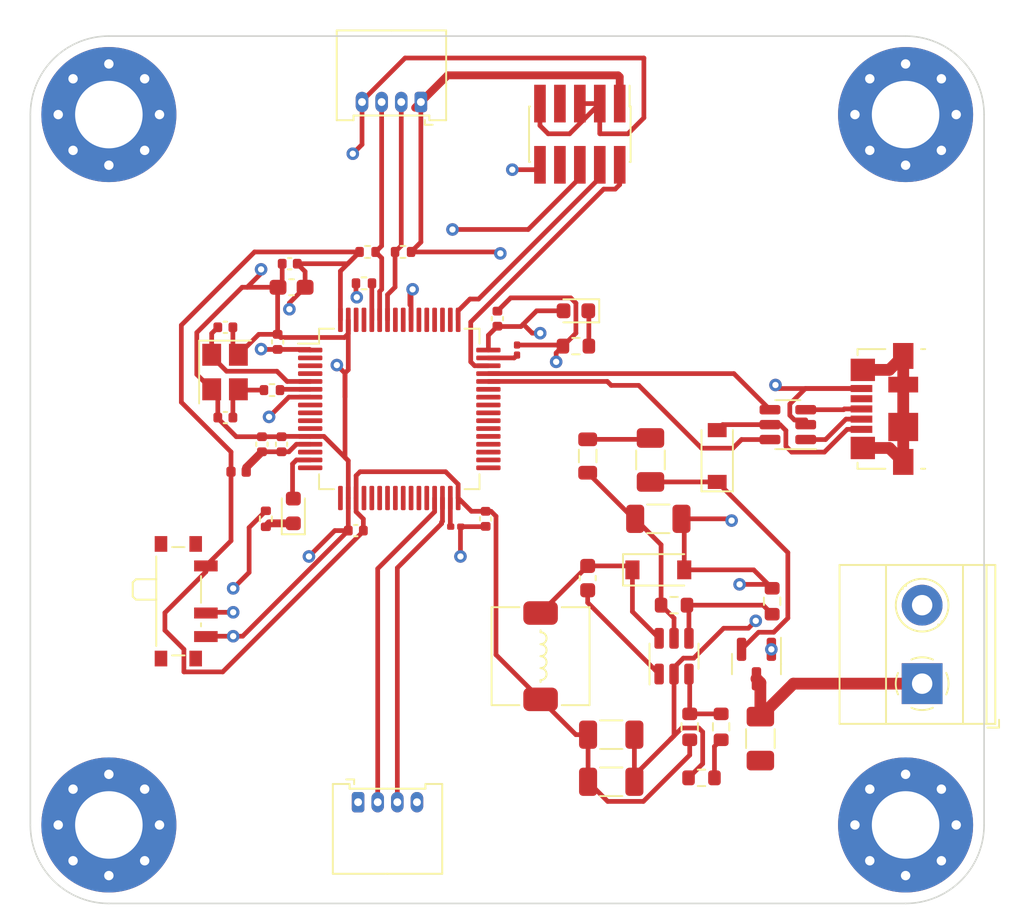
<source format=kicad_pcb>
(kicad_pcb (version 20211014) (generator pcbnew)
  (layers (0 "F.Cu" signal) (1 "In1.Cu" power) (2 "In2.Cu" power) (31 "B.Cu" signal) (34 "B.Paste" user) (35 "F.Paste" user) (36 "B.SilkS" user "B.Silkscreen") (37 "F.SilkS" user "F.Silkscreen") (38 "B.Mask" user) (39 "F.Mask" user) (44 "Edge.Cuts" user))
  (net 0 "")
  (net 1 "BUCK_IN")
  (net 2 "GND")
  (net 3 "+3V3")
  (net 4 "BUCK_BST")
  (net 5 "BUCK_SW")
  (net 6 "+3.3VA")
  (net 7 "Net-(C13-Pad1)")
  (net 8 "Net-(C14-Pad1)")
  (net 9 "HSE_IN")
  (net 10 "Net-(C16-Pad1)")
  (net 11 "Net-(D1-Pad1)")
  (net 12 "+5V")
  (net 13 "Net-(D3-Pad1)")
  (net 14 "Net-(D4-Pad1)")
  (net 15 "LED_STATUS")
  (net 16 "+12V")
  (net 17 "Net-(F1-Pad2)")
  (net 18 "BUCK_FB")
  (net 19 "BUCK_EN")
  (net 20 "SWDIO")
  (net 21 "SWCLK")
  (net 22 "SWO")
  (net 25 "NRST")
  (net 26 "I2C1_SCL")
  (net 27 "IC21_SDA")
  (net 28 "USART3_RX")
  (net 29 "USART3_TX")
  (net 30 "USB_CONN_D-")
  (net 31 "USB_CONN_D+")
  (net 33 "unconnected-(J5-Pad6)")
  (net 34 "Net-(R3-Pad1)")
  (net 35 "BOOT0")
  (net 36 "Net-(R7-Pad2)")
  (net 37 "HSE_OUT")
  (net 38 "USB_D-")
  (net 39 "USB_D+")
  (net 79 "Net-(FB1-Pad1)")
  (footprint "Resistor_SMD:R_0603_1608Metric" (layer "F.Cu") (at 134 107.75 180)
    (fp_text reference "R2")
    (fp_text value "100k")
  )
  (footprint "Capacitor_SMD:C_1206_3216Metric" (layer "F.Cu") (at 130 116 180)
    (fp_text reference "C2")
    (fp_text value "10n")
  )
  (footprint "Resistor_SMD:R_0603_1608Metric" (layer "F.Cu") (at 140.25 107.5 -90)
    (fp_text reference "R4")
    (fp_text value "68k")
  )
  (footprint "MountingHole:MountingHole_4.3mm_M4_Pad_Via" (layer "F.Cu") (at 148.75 76.5)
    (fp_text reference "H4")
    (fp_text value "MountingHole_Pad")
  )
  (footprint "Package_QFP:LQFP-64_10x10mm_P0.5mm" (layer "F.Cu") (at 116.5 95.25)
    (fp_text reference "U2")
    (fp_text value "STM32F405RGT6")
  )
  (footprint "Capacitor_SMD:C_0402_1005Metric" (layer "F.Cu") (at 109.52 86 180)
    (fp_text reference "C10")
    (fp_text value "100n")
  )
  (footprint "Capacitor_SMD:C_0603_1608Metric_Pad1.08x0.95mm_HandSolder" (layer "F.Cu") (at 109.6375 87.5 180)
    (fp_text reference "C5")
    (fp_text value "4u7")
  )
  (footprint "LED_SMD:LED_0603_1608Metric" (layer "F.Cu") (at 127.75 89 180)
    (fp_text reference "D3")
    (fp_text value "RED")
  )
  (footprint "Capacitor_SMD:C_0402_1005Metric" (layer "F.Cu") (at 105.42 95.8 180)
    (fp_text reference "C16")
    (fp_text value "12p" hide)
  )
  (footprint "Package_TO_SOT_SMD:SOT-23-6" (layer "F.Cu") (at 141.25 96.25 180)
    (fp_text reference "U3")
    (fp_text value "USBLC6-2SC6" hide)
  )
  (footprint "Capacitor_SMD:C_0402_1005Metric" (layer "F.Cu") (at 113.73 103 180)
    (fp_text reference "C7")
    (fp_text value "100n")
  )
  (footprint "Capacitor_SMD:C_0603_1608Metric" (layer "F.Cu") (at 128.5 106.025 90)
    (fp_text reference "C4")
    (fp_text value "10n")
  )
  (footprint "Package_TO_SOT_SMD:SOT-23" (layer "F.Cu") (at 139.25 111.5 -90)
    (fp_text reference "Q1")
    (fp_text value "AO3401A")
  )
  (footprint "Diode_SMD:D_SOD-123" (layer "F.Cu") (at 136.75 98.25 90)
    (fp_text reference "D1")
    (fp_text value "B5819W")
  )
  (footprint "Resistor_SMD:R_0402_1005Metric" (layer "F.Cu") (at 108 102.25 -90)
    (fp_text reference "R11")
    (fp_text value "1k5")
  )
  (footprint "Capacitor_SMD:C_1206_3216Metric" (layer "F.Cu") (at 133 102.25)
    (fp_text reference "C1")
    (fp_text value "10u")
  )
  (footprint "TerminalBlock_Phoenix:TerminalBlock_Phoenix_MKDS-1,5-2_1x02_P5.00mm_Horizontal" (layer "F.Cu") (at 149.805 112.75 90)
    (fp_text reference "J1")
    (fp_text value "Screw_Terminal_01x02")
  )
  (footprint "Resistor_SMD:R_0603_1608Metric" (layer "F.Cu") (at 127.75 91.25)
    (fp_text reference "R6")
    (fp_text value "1k")
  )
  (footprint "Resistor_SMD:R_0402_1005Metric" (layer "F.Cu") (at 114.25 87.25 180)
    (fp_text reference "R7")
    (fp_text value "10k" hide)
  )
  (footprint "Capacitor_SMD:C_1206_3216Metric" (layer "F.Cu") (at 130 119 180)
    (fp_text reference "C3")
    (fp_text value "10n")
  )
  (footprint "Connector_Molex:Molex_PicoBlade_53048-0410_1x04_P1.25mm_Horizontal" (layer "F.Cu") (at 117.875 75.7 180)
    (fp_text reference "J3")
    (fp_text value "Conn_01x04")
  )
  (footprint "Capacitor_SMD:C_0201_0603Metric" (layer "F.Cu") (at 124 91.5 90)
    (fp_text reference "C14")
    (fp_text value "2u2")
  )
  (footprint "Resistor_SMD:R_0402_1005Metric" (layer "F.Cu") (at 108.39 94.05)
    (fp_text reference "R8")
    (fp_text value "47" hide)
  )
  (footprint "Button_Switch_SMD:SW_SPDT_PCM12" (layer "F.Cu") (at 102.75 107.5 -90)
    (fp_text reference "SW1")
    (fp_text value "SW_SPDT")
  )
  (footprint "Capacitor_SMD:C_0201_0603Metric" (layer "F.Cu") (at 120.095 102.75)
    (fp_text reference "C13")
    (fp_text value "2u2")
  )
  (footprint "Resistor_SMD:R_0402_1005Metric" (layer "F.Cu") (at 116.74 85.25)
    (fp_text reference "R9")
    (fp_text value "2k2")
  )
  (footprint "Fuse:Fuse_1206_3216Metric" (layer "F.Cu") (at 132.5 98.5 90)
    (fp_text reference "F1")
    (fp_text value "250mA")
  )
  (footprint "Capacitor_SMD:C_0402_1005Metric" (layer "F.Cu") (at 122.75 89.5 90)
    (fp_text reference "C9")
    (fp_text value "100n")
  )
  (footprint "Crystal:Crystal_SMD_3225-4Pin_3.2x2.5mm" (layer "F.Cu") (at 105.4 92.9 -90)
    (fp_text reference "Y1")
    (fp_text value "16MHz" hide)
  )
  (footprint "MountingHole:MountingHole_4.3mm_M4_Pad_Via" (layer "F.Cu") (at 148.75 121.75)
    (fp_text reference "H3")
    (fp_text value "MountingHole_Pad")
  )
  (footprint "Capacitor_SMD:C_0402_1005Metric" (layer "F.Cu") (at 105.42 90.05)
    (fp_text reference "C15")
    (fp_text value "12p" hide)
  )
  (footprint "LED_SMD:LED_0603_1608Metric" (layer "F.Cu") (at 109.75 101.75 90)
    (fp_text reference "D4")
    (fp_text value "BLUE")
  )
  (footprint "Inductor_SMD:L_0805_2012Metric" (layer "F.Cu") (at 128.5 98.25 -90)
    (fp_text reference "FB1")
    (fp_text value "600 @ 600MHz")
  )
  (footprint "Resistor_SMD:R_0603_1608Metric" (layer "F.Cu") (at 137 115.5 90)
    (fp_text reference "R3")
    (fp_text value "15k")
  )
  (footprint "Capacitor_SMD:C_0402_1005Metric" (layer "F.Cu") (at 108.75 90.98 90)
    (fp_text reference "C6")
    (fp_text value "100n")
  )
  (footprint "Diode_SMD:D_SOD-123" (layer "F.Cu") (at 133 105.5)
    (fp_text reference "D2")
    (fp_text value "B5819W")
  )
  (footprint "Connector_Molex:Molex_PicoBlade_53048-0410_1x04_P1.25mm_Horizontal" (layer "F.Cu") (at 113.875 120.3)
    (fp_text reference "J4")
    (fp_text value "Conn_01x04")
  )
  (footprint "MountingHole:MountingHole_4.3mm_M4_Pad_Via" (layer "F.Cu") (at 98 76.5)
    (fp_text reference "H2")
    (fp_text value "MountingHole_Pad")
  )
  (footprint "Capacitor_SMD:C_0402_1005Metric" (layer "F.Cu") (at 122 102.25 -90)
    (fp_text reference "C8")
    (fp_text value "100n")
  )
  (footprint "MountingHole:MountingHole_4.3mm_M4_Pad_Via" (layer "F.Cu") (at 98 121.75)
    (fp_text reference "H1")
    (fp_text value "MountingHole_Pad")
  )
  (footprint "Package_TO_SOT_SMD:SOT-23-6" (layer "F.Cu") (at 134 111 90)
    (fp_text reference "U1")
    (fp_text value "MP2359DJ-LF-Z")
  )
  (footprint "Inductor_SMD:L_0402_1005Metric" (layer "F.Cu") (at 106.265 99.25)
    (fp_text reference "L2")
    (fp_text value "39n")
  )
  (footprint "Resistor_SMD:R_0402_1005Metric" (layer "F.Cu") (at 114.48 85.25 180)
    (fp_text reference "R10")
    (fp_text value "2k2")
  )
  (footprint "Resistor_SMD:R_0603_1608Metric" (layer "F.Cu") (at 135 115.5 -90)
    (fp_text reference "R1")
    (fp_text value "47k")
  )
  (footprint "Capacitor_SMD:C_0402_1005Metric" (layer "F.Cu") (at 109 97.5 90)
    (fp_text reference "C12")
    (fp_text value "10n")
  )
  (footprint "Connector_USB:USB_Micro-B_Molex_47346-0001" (layer "F.Cu") (at 147.4 95.25 90)
    (fp_text reference "J5")
    (fp_text value "USB_B_Micro")
  )
  (footprint "Inductor_SMD_Handsoldering_AKL:L_TDK_SLF6025" (layer "F.Cu") (at 125.5 111 -90)
    (fp_text reference "L1")
    (fp_text value "10u")
  )
  (footprint "Resistor_SMD:R_0603_1608Metric" (layer "F.Cu") (at 135.75 118.75)
    (fp_text reference "R5")
    (fp_text value "270k")
  )
  (footprint "Connector_PinHeader_1.27mm:PinHeader_2x05_P1.27mm_Vertical_SMD" (layer "F.Cu") (at 128 77.75 -90)
    (fp_text reference "J2")
    (fp_text value "SWD")
  )
  (footprint "Fuse:Fuse_1206_3216Metric" (layer "F.Cu") (at 139.5 116.25 -90)
    (fp_text reference "F1")
    (fp_text value "250mA")
  )
  (footprint "Capacitor_SMD:C_0402_1005Metric" (layer "F.Cu") (at 107.75 97.5 90)
    (fp_text reference "C11")
    (fp_text value "1u")
  )
  (gr_arc (start 98 126.75) (mid 94.464466 125.285534) (end 93 121.75) (layer "Edge.Cuts") (width 0.1))
  (gr_arc (start 153.75 121.75) (mid 152.285534 125.285534) (end 148.75 126.75) (layer "Edge.Cuts") (width 0.1))
  (gr_line (start 93 76.5) (end 93 121.75) (layer "Edge.Cuts") (width 0.1))
  (gr_line (start 98 126.75) (end 148.75 126.75) (layer "Edge.Cuts") (width 0.1))
  (gr_line (start 153.75 76.5) (end 153.75 121.75) (layer "Edge.Cuts") (width 0.1))
  (gr_line (start 98 71.5) (end 148.75 71.5) (layer "Edge.Cuts") (width 0.1))
  (gr_arc (start 148.75 71.5) (mid 152.285534 72.964466) (end 153.75 76.5) (layer "Edge.Cuts") (width 0.1))
  (gr_arc (start 93 76.5) (mid 94.464466 72.964466) (end 98 71.5) (layer "Edge.Cuts") (width 0.1))
  (segment (start 134 109.8625) (end 134 108.575) (width 0.3) (layer "F.Cu") (net 1))
  (segment (start 133.175 103.9) (end 131.525 102.25) (width 0.3) (layer "F.Cu") (net 1))
  (segment (start 134 108.575) (end 133.175 107.75) (width 0.3) (layer "F.Cu") (net 1))
  (segment (start 131.525 102.25) (end 131.4375 102.25) (width 0.3) (layer "F.Cu") (net 1))
  (segment (start 131.4375 102.25) (end 128.5 99.3125) (width 0.3) (layer "F.Cu") (net 1))
  (segment (start 133.175 107.75) (end 133.175 103.9) (width 0.3) (layer "F.Cu") (net 1))
  (segment (start 109.02 97) (end 110.825 97) (width 0.3) (layer "F.Cu") (net 2))
  (segment (start 145.94 93.95) (end 142.368573 93.95) (width 0.3) (layer "F.Cu") (net 2))
  (segment (start 129.27 77.708) (end 129.27 75.8) (width 0.3) (layer "F.Cu") (net 2))
  (segment (start 124 91.18) (end 126.855 91.18) (width 0.3) (layer "F.Cu") (net 2))
  (segment (start 116.867019 72.898) (end 132.08 72.898) (width 0.3) (layer "F.Cu") (net 2))
  (segment (start 134.65 105.5) (end 134.65 102.425) (width 0.3) (layer "F.Cu") (net 2))
  (segment (start 134 111.718573) (end 134.593093 111.12548) (width 0.3) (layer "F.Cu") (net 2))
  (segment (start 109.04 86) (end 109.04 87.235) (width 0.3) (layer "F.Cu") (net 2))
  (segment (start 135.82548 117.84952) (end 134.925 118.75) (width 0.3) (layer "F.Cu") (net 2))
  (segment (start 139.075 105.5) (end 140.25 106.675) (width 0.3) (layer "F.Cu") (net 2))
  (segment (start 135.57548 115.57548) (end 135.82548 115.82548) (width 0.3) (layer "F.Cu") (net 2))
  (segment (start 106.25 91.8) (end 107.55 90.5) (width 0.3) (layer "F.Cu") (net 2))
  (segment (start 112.392 103) (end 110.744 104.648) (width 0.3) (layer "F.Cu") (net 2))
  (segment (start 122.75 89.02) (end 123.59452 88.17548) (width 0.3) (layer "F.Cu") (net 2))
  (segment (start 127.416635 88.17548) (end 127.74952 88.508365) (width 0.3) (layer "F.Cu") (net 2))
  (segment (start 107.55 90.5) (end 108.75 90.5) (width 0.3) (layer "F.Cu") (net 2))
  (segment (start 134.475 102.25) (end 137.556 102.25) (width 0.3) (layer "F.Cu") (net 2))
  (segment (start 114.125 75.640019) (end 116.867019 72.898) (width 0.3) (layer "F.Cu") (net 2))
  (segment (start 132.08 72.898) (end 132.08 76.708) (width 0.3) (layer "F.Cu") (net 2))
  (segment (start 108.75 90.5) (end 108.75 87.525) (width 0.3) (layer "F.Cu") (net 2))
  (segment (start 126.492 91.683) (end 126.925 91.25) (width 0.3) (layer "F.Cu") (net 2))
  (segment (start 110.825 97) (end 111.700361 97) (width 0.3) (layer "F.Cu") (net 2))
  (segment (start 133.786431 116.286431) (end 134.497382 115.57548) (width 0.3) (layer "F.Cu") (net 2))
  (segment (start 105.918 109.728) (end 104.202 109.728) (width 0.3) (layer "F.Cu") (net 2))
  (segment (start 126.492 92.2505) (end 126.492 91.683) (width 0.3) (layer "F.Cu") (net 2))
  (segment (start 131.475 118.597862) (end 133.786431 116.286431) (width 0.3) (layer "F.Cu") (net 2))
  (segment (start 109.04 87.235) (end 108.775 87.5) (width 0.3) (layer "F.Cu") (net 2))
  (segment (start 113.0425 92.964) (end 113.0425 94.4755) (width 0.3) (layer "F.Cu") (net 2))
  (segment (start 113.25 90.458) (end 113.25 89.575) (width 0.3) (layer "F.Cu") (net 2))
  (segment (start 142.368573 93.95) (end 141.37548 94.943093) (width 0.3) (layer "F.Cu") (net 2))
  (segment (start 134 112.1375) (end 134 116.072862) (width 0.3) (layer "F.Cu") (net 2))
  (segment (start 108.75 90.5) (end 108.94952 90.69952) (width 0.3) (layer "F.Cu") (net 2))
  (segment (start 105.9 90.05) (end 105.9 91.45) (width 0.3) (layer "F.Cu") (net 2))
  (segment (start 103.600489 90.387226) (end 106.487715 87.5) (width 0.3) (layer "F.Cu") (net 2))
  (segment (start 141.37548 94.943093) (end 141.37548 95.656907) (width 0.3) (layer "F.Cu") (net 2))
  (segment (start 127.74952 90.42548) (end 126.925 91.25) (width 0.3) (layer "F.Cu") (net 2))
  (segment (start 135.25452 111.12548) (end 137.16 109.22) (width 0.3) (layer "F.Cu") (net 2))
  (segment (start 134 116.072862) (end 133.786431 116.286431) (width 0.3) (layer "F.Cu") (net 2))
  (segment (start 123.59452 88.17548) (end 127.416635 88.17548) (width 0.3) (layer "F.Cu") (net 2))
  (segment (start 137.556 102.25) (end 137.668 102.362) (width 0.3) (layer "F.Cu") (net 2))
  (segment (start 106.81 87.5) (end 108.775 87.5) (width 0.3) (layer "F.Cu") (net 2))
  (segment (start 134.497382 115.57548) (end 135.57548 115.57548) (width 0.3) (layer "F.Cu") (net 2))
  (segment (start 127.346 77.724) (end 129.27 75.8) (width 0.3) (layer "F.Cu") (net 2))
  (segment (start 141.668093 95.94952) (end 142.3875 95.94952) (width 0.3) (layer "F.Cu") (net 2))
  (segment (start 108.75 87.525) (end 108.775 87.5) (width 0.3) (layer "F.Cu") (net 2))
  (segment (start 131.475 119) (end 131.475 116) (width 0.3) (layer "F.Cu") (net 2))
  (segment (start 127.74952 88.508365) (end 127.74952 90.42548) (width 0.3) (layer "F.Cu") (net 2))
  (segment (start 113.25 98.549639) (end 113.25 100.925) (width 0.3) (layer "F.Cu") (net 2))
  (segment (start 113.0425 92.9765) (end 112.522 92.456) (width 0.3) (layer "F.Cu") (net 2))
  (segment (start 106.522 109.728) (end 105.918 109.728) (width 0.3) (layer "F.Cu") (net 2))
  (segment (start 141.37548 95.656907) (end 141.668093 95.94952) (width 0.3) (layer "F.Cu") (net 2))
  (segment (start 129.286 77.724) (end 129.27 77.708) (width 0.3) (layer "F.Cu") (net 2))
  (segment (start 113.25 103) (end 106.522 109.728) (width 0.3) (layer "F.Cu") (net 2))
  (segment (start 105.9 91.45) (end 106.25 91.8) (width 0.3) (layer "F.Cu") (net 2))
  (segment (start 113.25 100.925) (end 113.25 103) (width 0.3) (layer "F.Cu") (net 2))
  (segment (start 135.82548 115.82548) (end 135.82548 117.84952) (width 0.3) (layer "F.Cu") (net 2))
  (segment (start 113.0425 94.4755) (end 113.0425 92.9765) (width 0.3) (layer "F.Cu") (net 2))
  (segment (start 104.94 95.842285) (end 106.117715 97.02) (width 0.3) (layer "F.Cu") (net 2))
  (segment (start 109 97.02) (end 109.02 97) (width 0.3) (layer "F.Cu") (net 2))
  (segment (start 113.0425 94.4755) (end 113.0425 98.342139) (width 0.3) (layer "F.Cu") (net 2))
  (segment (start 104.55 94) (end 103.600489 93.050489) (width 0.3) (layer "F.Cu") (net 2))
  (segment (start 120.396 104.648) (end 120.396 102.769) (width 0.3) (layer "F.Cu") (net 2))
  (segment (start 106.487715 87.5) (end 106.81 87.5) (width 0.3) (layer "F.Cu") (net 2))
  (segment (start 134.65 105.5) (end 139.075 105.5) (width 0.3) (layer "F.Cu") (net 2))
  (segment (start 125.46 77.2) (end 125.984 77.724) (width 0.3) (layer "F.Cu") (net 2))
  (segment (start 106.934 102.806) (end 106.934 105.664) (width 0.3) (layer "F.Cu") (net 2))
  (segment (start 113.25 89.575) (end 113.25 92.7565) (width 0.3) (layer "F.Cu") (net 2))
  (segment (start 106.117715 97.02) (end 107.75 97.02) (width 0.3) (layer "F.Cu") (net 2))
  (segment (start 134.593093 111.12548) (end 135.25452 111.12548) (width 0.3) (layer "F.Cu") (net 2))
  (segment (start 108 101.74) (end 106.934 102.806) (width 0.3) (layer "F.Cu") (net 2))
  (segment (start 137.16 109.22) (end 138.735064 109.22) (width 0.3) (layer "F.Cu") (net 2))
  (segment (start 108.94952 90.69952) (end 113.00848 90.69952) (width 0.3) (layer "F.Cu") (net 2))
  (segment (start 129.27 75.8) (end 128 75.8) (width 0.3) (layer "F.Cu") (net 2))
  (segment (start 114.125 78.407) (end 114.125 75.7) (width 0.3) (layer "F.Cu") (net 2))
  (segment (start 104.94 95.8) (end 104.94 95.842285) (width 0.3) (layer "F.Cu") (net 2))
  (segment (start 104.55 94) (end 104.55 93.7) (width 0.3) (layer "F.Cu") (net 2))
  (segment (start 140.686 93.95) (end 145.94 93.95) (width 0.3) (layer "F.Cu") (net 2))
  (segment (start 104.94 95.8) (end 104.94 94.39) (width 0.3) (layer "F.Cu") (net 2))
  (segment (start 140.462 93.726) (end 140.686 93.95) (width 0.3) (layer "F.Cu") (net 2))
  (segment (start 131.064 77.724) (end 129.286 77.724) (width 0.3) (layer "F.Cu") (net 2))
  (segment (start 104.94 94.39) (end 104.55 94) (width 0.3) (layer "F.Cu") (net 2))
  (segment (start 106.25 92) (end 106.25 91.8) (width 0.3) (layer "F.Cu") (net 2))
  (segment (start 113.538 78.994) (end 114.125 78.407) (width 0.3) (layer "F.Cu") (net 2))
  (segment (start 140.001 106.426) (end 140.25 106.675) (width 0.3) (layer "F.Cu") (net 2))
  (segment (start 107.75 97.02) (end 109 97.02) (width 0.3) (layer "F.Cu") (net 2))
  (segment (start 125.46 75.8) (end 125.46 77.2) (width 0.3) (layer "F.Cu") (net 2))
  (segment (start 134.65 102.425) (end 134.475 102.25) (width 0.3) (layer "F.Cu") (net 2))
  (segment (start 107.696 86.614) (end 107.696 86.36) (width 0.3) (layer "F.Cu") (net 2))
  (segment (start 111.700361 97) (end 113.25 98.549639) (width 0.3) (layer "F.Cu") (net 2))
  (segment (start 106.934 105.664) (end 105.918 106.68) (width 0.3) (layer "F.Cu") (net 2))
  (segment (start 125.984 77.724) (end 127.346 77.724) (width 0.3) (layer "F.Cu") (net 2))
  (segment (start 131.475 119) (end 131.475 118.597862) (width 0.3) (layer "F.Cu") (net 2))
  (segment (start 114.125 75.7) (end 114.125 75.640019) (width 0.3) (layer "F.Cu") (net 2))
  (segment (start 120.396 102.769) (end 120.415 102.75) (width 0.3) (layer "F.Cu") (net 2))
  (segment (start 104.202 109.728) (end 104.18 109.75) (width 0.3) (layer "F.Cu") (net 2))
  (segment (start 126.855 91.18) (end 126.925 91.25) (width 0.3) (layer "F.Cu") (net 2))
  (segment (start 138.735064 109.22) (end 139.207192 108.747872) (width 0.3) (layer "F.Cu") (net 2))
  (segment (start 132.08 76.708) (end 131.064 77.724) (width 0.3) (layer "F.Cu") (net 2))
  (segment (start 134 112.1375) (end 134 111.718573) (width 0.3) (layer "F.Cu") (net 2))
  (segment (start 103.600489 93.050489) (end 103.600489 90.387226) (width 0.3) (layer "F.Cu") (net 2))
  (segment (start 121.98 102.75) (end 122 102.73) (width 0.3) (layer "F.Cu") (net 2))
  (segment (start 113.25 103) (end 112.392 103) (width 0.3) (layer "F.Cu") (net 2))
  (segment (start 113.0425 98.342139) (end 113.25 98.549639) (width 0.3) (layer "F.Cu") (net 2))
  (segment (start 106.81 87.5) (end 107.696 86.614) (width 0.3) (layer "F.Cu") (net 2))
  (segment (start 138.176 106.426) (end 140.001 106.426) (width 0.3) (layer "F.Cu") (net 2))
  (segment (start 113.00848 90.69952) (end 113.25 90.458) (width 0.3) (layer "F.Cu") (net 2))
  (segment (start 113.25 92.7565) (end 113.0425 92.964) (width 0.3) (layer "F.Cu") (net 2))
  (segment (start 120.415 102.75) (end 121.98 102.75) (width 0.3) (layer "F.Cu") (net 2))
  (via (at 112.522 92.456) (size 0.8) (drill 0.4) (layers "F.Cu" "B.Cu") (net 2))
  (via (at 139.207192 108.747872) (size 0.8) (drill 0.4) (layers "F.Cu" "B.Cu") (net 2))
  (via (at 105.918 109.728) (size 0.8) (drill 0.4) (layers "F.Cu" "B.Cu") (net 2))
  (via (at 140.462 93.726) (size 0.8) (drill 0.4) (layers "F.Cu" "B.Cu") (net 2))
  (via (at 107.696 86.36) (size 0.8) (drill 0.4) (layers "F.Cu" "B.Cu") (net 2))
  (via (at 137.668 102.362) (size 0.8) (drill 0.4) (layers "F.Cu" "B.Cu") (net 2))
  (via (at 113.538 78.994) (size 0.8) (drill 0.4) (layers "F.Cu" "B.Cu") (net 2))
  (via (at 126.492 92.2505) (size 0.8) (drill 0.4) (layers "F.Cu" "B.Cu") (net 2))
  (via (at 140.2 110.5625) (size 0.8) (drill 0.4) (layers "F.Cu" "B.Cu") (net 2))
  (via (at 105.918 106.68) (size 0.8) (drill 0.4) (layers "F.Cu" "B.Cu") (net 2))
  (via (at 120.396 104.648) (size 0.8) (drill 0.4) (layers "F.Cu" "B.Cu") (net 2))
  (via (at 138.176 106.426) (size 0.8) (drill 0.4) (layers "F.Cu" "B.Cu") (net 2))
  (via (at 110.744 104.648) (size 0.8) (drill 0.4) (layers "F.Cu" "B.Cu") (net 2))
  (segment (start 114.21 103) (end 114.21 102.260361) (width 0.3) (layer "F.Cu") (net 3))
  (segment (start 105.78 103.65) (end 104.18 105.25) (width 0.3) (layer "F.Cu") (net 3))
  (segment (start 124.25 90) (end 122.77 90) (width 0.3) (layer "F.Cu") (net 3))
  (segment (start 113.75 99.5) (end 113.75 100.925) (width 0.3) (layer "F.Cu") (net 3))
  (segment (start 114 99.25) (end 113.75 99.5) (width 0.3) (layer "F.Cu") (net 3))
  (segment (start 122 101.77) (end 121.095 101.77) (width 0.3) (layer "F.Cu") (net 3))
  (segment (start 122.175 91.5) (end 122.175 90.555) (width 0.3) (layer "F.Cu") (net 3))
  (segment (start 122.175 90.555) (end 122.75 89.98) (width 0.3) (layer "F.Cu") (net 3))
  (segment (start 130.54 75.8) (end 130.54 74.1) (width 0.5) (layer "F.Cu") (net 3))
  (segment (start 105.78 99.25) (end 105.78 97.987715) (width 0.3) (layer "F.Cu") (net 3))
  (segment (start 101.570479 109.351884) (end 101.570479 108.233521) (width 0.3) (layer "F.Cu") (net 3))
  (segment (start 119.450361 99.25) (end 114 99.25) (width 0.3) (layer "F.Cu") (net 3))
  (segment (start 121.095 101.77) (end 120.25 100.925) (width 0.3) (layer "F.Cu") (net 3))
  (segment (start 112.75 89.575) (end 112.75 86.47) (width 0.3) (layer "F.Cu") (net 3))
  (segment (start 125.476 90.424) (end 124.968 90.424) (width 0.3) (layer "F.Cu") (net 3))
  (segment (start 135 117.297849) (end 132.048329 120.24952) (width 0.3) (layer "F.Cu") (net 3))
  (segment (start 110 86) (end 113.22 86) (width 0.3) (layer "F.Cu") (net 3))
  (segment (start 102.616 89.916) (end 107.282 85.25) (width 0.3) (layer "F.Cu") (net 3))
  (segment (start 126.9625 89) (end 125.25 89) (width 0.3) (layer "F.Cu") (net 3))
  (segment (start 105.78 97.987715) (end 102.616 94.823715) (width 0.3) (layer "F.Cu") (net 3))
  (segment (start 122.842 85.25) (end 122.936 85.344) (width 0.3) (layer "F.Cu") (net 3))
  (segment (start 107.716 91.46) (end 107.696 91.44) (width 0.3) (layer "F.Cu") (net 3))
  (segment (start 117.25 85.25) (end 122.842 85.25) (width 0.3) (layer "F.Cu") (net 3))
  (segment (start 109.4995 88.9) (end 109.4995 88.5005) (width 0.3) (layer "F.Cu") (net 3))
  (segment (start 113.22 86) (end 113.97 85.25) (width 0.3) (layer "F.Cu") (net 3))
  (segment (start 104.18 105.624) (end 104.18 105.25) (width 0.3) (layer "F.Cu") (net 3))
  (segment (start 122.65952 110.90952) (end 122.65952 102.08552) (width 0.3) (layer "F.Cu") (net 3))
  (segment (start 105.252774 111.999511) (end 102.780489 111.999511) (width 0.3) (layer "F.Cu") (net 3))
  (segment (start 110.5 87.5) (end 110.5 86.5) (width 0.3) (layer "F.Cu") (net 3))
  (segment (start 127.75 116) (end 125.5 113.75) (width 0.3) (layer "F.Cu") (net 3))
  (segment (start 113.75 101.800361) (end 113.75 100.925) (width 0.3) (layer "F.Cu") (net 3))
  (segment (start 135 116.325) (end 135 117.297849) (width 0.3) (layer "F.Cu") (net 3))
  (segment (start 117.51 76.065) (end 117.875 75.7) (width 0.5) (layer "F.Cu") (net 3))
  (segment (start 125.5 113.75) (end 122.65952 110.90952) (width 0.3) (layer "F.Cu") (net 3))
  (segment (start 114.21 103.042285) (end 105.252774 111.999511) (width 0.3) (layer "F.Cu") (net 3))
  (segment (start 130.44 74) (end 119.575 74) (width 0.5) (layer "F.Cu") (net 3))
  (segment (start 130.54 74.1) (end 130.44 74) (width 0.5) (layer "F.Cu") (net 3))
  (segment (start 102.780489 111.999511) (end 102.780489 110.561894) (width 0.3) (layer "F.Cu") (net 3))
  (segment (start 124.397 89.853) (end 124.25 90) (width 0.3) (layer "F.Cu") (net 3))
  (segment (start 129.77452 120.24952) (end 128.525 119) (width 0.3) (layer "F.Cu") (net 3))
  (segment (start 114.21 102.260361) (end 113.75 101.800361) (width 0.3) (layer "F.Cu") (net 3))
  (segment (start 122.77 90) (end 122.75 89.98) (width 0.3) (layer "F.Cu") (net 3))
  (segment (start 132.048329 120.24952) (end 129.77452 120.24952) (width 0.3) (layer "F.Cu") (net 3))
  (segment (start 110.785 91.46) (end 110.825 91.5) (width 0.3) (layer "F.Cu") (net 3))
  (segment (start 102.616 94.823715) (end 102.616 89.916) (width 0.3) (layer "F.Cu") (net 3))
  (segment (start 108.75 91.46) (end 110.785 91.46) (width 0.3) (layer "F.Cu") (net 3))
  (segment (start 109.4995 88.5005) (end 110.5 87.5) (width 0.3) (layer "F.Cu") (net 3))
  (segment (start 101.570479 108.233521) (end 104.18 105.624) (width 0.3) (layer "F.Cu") (net 3))
  (segment (start 112.75 86.47) (end 113.97 85.25) (width 0.3) (layer "F.Cu") (net 3))
  (segment (start 124.968 90.424) (end 124.397 89.853) (width 0.3) (layer "F.Cu") (net 3))
  (segment (start 120.25 100.049639) (end 119.450361 99.25) (width 0.3) (layer "F.Cu") (net 3))
  (segment (start 107.282 85.25) (end 113.97 85.25) (width 0.3) (layer "F.Cu") (net 3))
  (segment (start 122.344 101.77) (end 122 101.77) (width 0.3) (layer "F.Cu") (net 3))
  (segment (start 128.525 119) (end 128.525 116) (width 0.3) (layer "F.Cu") (net 3))
  (segment (start 125.25 89) (end 124.397 89.853) (width 0.3) (layer "F.Cu") (net 3))
  (segment (start 117.875 84.625) (end 117.875 75.7) (width 0.3) (layer "F.Cu") (net 3))
  (segment (start 110.5 86.5) (end 110 86) (width 0.3) (layer "F.Cu") (net 3))
  (segment (start 117.25 85.25) (end 117.875 84.625) (width 0.3) (layer "F.Cu") (net 3))
  (segment (start 122.65952 102.08552) (end 122.344 101.77) (width 0.3) (layer "F.Cu") (net 3))
  (segment (start 114.21 103) (end 114.21 103.042285) (width 0.3) (layer "F.Cu") (net 3))
  (segment (start 120.25 100.925) (end 120.25 100.049639) (width 0.3) (layer "F.Cu") (net 3))
  (segment (start 108.75 91.46) (end 107.716 91.46) (width 0.3) (layer "F.Cu") (net 3))
  (segment (start 119.575 74) (end 117.875 75.7) (width 0.5) (layer "F.Cu") (net 3))
  (segment (start 102.780489 110.561894) (end 101.570479 109.351884) (width 0.3) (layer "F.Cu") (net 3))
  (segment (start 128.525 116) (end 127.75 116) (width 0.3) (layer "F.Cu") (net 3))
  (segment (start 105.78 99.25) (end 105.78 103.65) (width 0.3) (layer "F.Cu") (net 3))
  (via (at 125.476 90.424) (size 0.8) (drill 0.4) (layers "F.Cu" "B.Cu") (net 3))
  (via (at 122.936 85.344) (size 0.8) (drill 0.4) (layers "F.Cu" "B.Cu") (net 3))
  (via (at 109.4995 88.9) (size 0.8) (drill 0.4) (layers "F.Cu" "B.Cu") (net 3))
  (via (at 107.696 91.44) (size 0.8) (drill 0.4) (layers "F.Cu" "B.Cu") (net 3))
  (segment (start 128.5 106.8) (end 128.5 107.5875) (width 0.3) (layer "F.Cu") (net 4))
  (segment (start 128.5 107.5875) (end 133.05 112.1375) (width 0.3) (layer "F.Cu") (net 4))
  (segment (start 128.5 105.25) (end 131.1 105.25) (width 0.3) (layer "F.Cu") (net 5))
  (segment (start 131.1 105.25) (end 131.35 105.5) (width 0.3) (layer "F.Cu") (net 5))
  (segment (start 125.5 108.25) (end 128.5 105.25) (width 0.3) (layer "F.Cu") (net 5))
  (segment (start 133.05 109.8625) (end 131.35 108.1625) (width 0.3) (layer "F.Cu") (net 5))
  (segment (start 131.35 108.1625) (end 131.35 105.5) (width 0.3) (layer "F.Cu") (net 5))
  (segment (start 109 97.98) (end 109.469639 97.98) (width 0.3) (layer "F.Cu") (net 6))
  (segment (start 106.75 99.25) (end 106.75 98.98) (width 0.5) (layer "F.Cu") (net 6))
  (segment (start 109.469639 97.98) (end 109.949639 97.5) (width 0.3) (layer "F.Cu") (net 6))
  (segment (start 106.75 98.98) (end 107.75 97.98) (width 0.5) (layer "F.Cu") (net 6))
  (segment (start 109 97.98) (end 107.75 97.98) (width 0.3) (layer "F.Cu") (net 6))
  (segment (start 109.949639 97.5) (end 110.825 97.5) (width 0.3) (layer "F.Cu") (net 6))
  (segment (start 119.75 102.725) (end 119.75 100.925) (width 0.3) (layer "F.Cu") (net 7))
  (segment (start 119.775 102.75) (end 119.75 102.725) (width 0.3) (layer "F.Cu") (net 7))
  (segment (start 123.82 92) (end 124 91.82) (width 0.3) (layer "F.Cu") (net 8))
  (segment (start 122.175 92) (end 123.82 92) (width 0.3) (layer "F.Cu") (net 8))
  (segment (start 108.704725 92.849511) (end 105.499511 92.849511) (width 0.3) (layer "F.Cu") (net 9))
  (segment (start 109.355214 93.5) (end 108.704725 92.849511) (width 0.3) (layer "F.Cu") (net 9))
  (segment (start 104.55 90.44) (end 104.94 90.05) (width 0.3) (layer "F.Cu") (net 9))
  (segment (start 110.825 93.5) (end 109.355214 93.5) (width 0.3) (layer "F.Cu") (net 9))
  (segment (start 104.55 91.9) (end 104.55 91.8) (width 0.3) (layer "F.Cu") (net 9))
  (segment (start 104.55 91.8) (end 104.55 90.44) (width 0.3) (layer "F.Cu") (net 9))
  (segment (start 105.499511 92.849511) (end 104.55 91.9) (width 0.3) (layer "F.Cu") (net 9))
  (segment (start 105.9 94.35) (end 106.25 94) (width 0.3) (layer "F.Cu") (net 10))
  (segment (start 105.9 95.8) (end 105.9 94.35) (width 0.3) (layer "F.Cu") (net 10))
  (segment (start 106.3 94.05) (end 106.25 94) (width 0.3) (layer "F.Cu") (net 10))
  (segment (start 107.88 94.05) (end 106.3 94.05) (width 0.3) (layer "F.Cu") (net 10))
  (segment (start 139.38702 109.47548) (end 140.351658 109.47548) (width 0.3) (layer "F.Cu") (net 11))
  (segment (start 138.3 110.5625) (end 139.38702 109.47548) (width 0.3) (layer "F.Cu") (net 11))
  (segment (start 141.25 108.577138) (end 141.25 104.4) (width 0.3) (layer "F.Cu") (net 11))
  (segment (start 140.351658 109.47548) (end 141.25 108.577138) (width 0.3) (layer "F.Cu") (net 11))
  (segment (start 132.5 99.9) (end 136.75 99.9) (width 0.3) (layer "F.Cu") (net 11))
  (segment (start 141.25 104.4) (end 136.75 99.9) (width 0.3) (layer "F.Cu") (net 11))
  (segment (start 145.025978 96.55) (end 143.575978 98) (width 0.3) (layer "F.Cu") (net 12))
  (segment (start 145.94 96.55) (end 145.025978 96.55) (width 0.3) (layer "F.Cu") (net 12))
  (segment (start 136.75 96.6) (end 137.1 96.25) (width 0.3) (layer "F.Cu") (net 12))
  (segment (start 141.12452 96.62452) (end 140.75 96.25) (width 0.3) (layer "F.Cu") (net 12))
  (segment (start 140.75 96.25) (end 140.1125 96.25) (width 0.3) (layer "F.Cu") (net 12))
  (segment (start 141.12452 97.62452) (end 141.12452 96.62452) (width 0.3) (layer "F.Cu") (net 12))
  (segment (start 141.5 98) (end 141.12452 97.62452) (width 0.3) (layer "F.Cu") (net 12))
  (segment (start 137.1 96.25) (end 140.1125 96.25) (width 0.3) (layer "F.Cu") (net 12))
  (segment (start 143.575978 98) (end 141.5 98) (width 0.3) (layer "F.Cu") (net 12))
  (segment (start 128.575 91.25) (end 128.575 89.0375) (width 0.3) (layer "F.Cu") (net 13))
  (segment (start 128.575 89.0375) (end 128.5375 89) (width 0.3) (layer "F.Cu") (net 13))
  (segment (start 108.2225 102.5375) (end 108 102.76) (width 0.5) (layer "F.Cu") (net 14))
  (segment (start 109.75 102.5375) (end 108.2225 102.5375) (width 0.5) (layer "F.Cu") (net 14))
  (segment (start 109.70048 98.749159) (end 109.949639 98.5) (width 0.3) (layer "F.Cu") (net 15))
  (segment (start 109.70048 100.91298) (end 109.70048 98.749159) (width 0.3) (layer "F.Cu") (net 15))
  (segment (start 109.75 100.9625) (end 109.70048 100.91298) (width 0.3) (layer "F.Cu") (net 15))
  (segment (start 109.949639 98.5) (end 110.825 98.5) (width 0.3) (layer "F.Cu") (net 15))
  (segment (start 139.5 112.6875) (end 139.25 112.4375) (width 0.75) (layer "F.Cu") (net 16))
  (segment (start 139.5 114.85) (end 139.5 112.6875) (width 0.75) (layer "F.Cu") (net 16))
  (segment (start 149.805 112.75) (end 141.6 112.75) (width 0.75) (layer "F.Cu") (net 16))
  (segment (start 141.6 112.75) (end 139.5 114.85) (width 0.75) (layer "F.Cu") (net 16))
  (segment (start 137 114.675) (end 135 114.675) (width 0.3) (layer "F.Cu") (net 18))
  (segment (start 135 112.1875) (end 134.95 112.1375) (width 0.3) (layer "F.Cu") (net 18))
  (segment (start 135 114.675) (end 135 112.1875) (width 0.3) (layer "F.Cu") (net 18))
  (segment (start 134.825 107.75) (end 139.675 107.75) (width 0.3) (layer "F.Cu") (net 19))
  (segment (start 134.95 109.8625) (end 134.95 107.875) (width 0.3) (layer "F.Cu") (net 19))
  (segment (start 139.675 107.75) (end 140.25 108.325) (width 0.3) (layer "F.Cu") (net 19))
  (segment (start 140.2 108.375) (end 140.25 108.325) (width 0.3) (layer "F.Cu") (net 19))
  (segment (start 134.95 107.875) (end 134.825 107.75) (width 0.3) (layer "F.Cu") (net 19))
  (segment (start 121.299639 92.5) (end 121.05048 92.250841) (width 0.3) (layer "F.Cu") (net 20))
  (segment (start 121.05048 92.250841) (end 121.05048 89.717235) (width 0.3) (layer "F.Cu") (net 20))
  (segment (start 129.518204 81.249511) (end 130.250489 81.249511) (width 0.3) (layer "F.Cu") (net 20))
  (segment (start 130.54 80.96) (end 130.54 79.7) (width 0.3) (layer "F.Cu") (net 20))
  (segment (start 121.05048 89.717235) (end 129.518204 81.249511) (width 0.3) (layer "F.Cu") (net 20))
  (segment (start 122.175 92.5) (end 121.299639 92.5) (width 0.3) (layer "F.Cu") (net 20))
  (segment (start 130.250489 81.249511) (end 130.54 80.96) (width 0.3) (layer "F.Cu") (net 20))
  (segment (start 121 88.25) (end 121.55 88.25) (width 0.3) (layer "F.Cu") (net 21))
  (segment (start 121.55 88.25) (end 129.27 80.53) (width 0.3) (layer "F.Cu") (net 21))
  (segment (start 120.25 89.575) (end 120.25 89) (width 0.3) (layer "F.Cu") (net 21))
  (segment (start 120.25 89) (end 121 88.25) (width 0.3) (layer "F.Cu") (net 21))
  (segment (start 129.27 80.53) (end 129.27 79.7) (width 0.3) (layer "F.Cu") (net 21))
  (segment (start 128 79.7) (end 128 80.53) (width 0.3) (layer "F.Cu") (net 22))
  (segment (start 117.174511 87.803489) (end 117.174511 88.62415) (width 0.3) (layer "F.Cu") (net 22))
  (segment (start 117.25 87.728) (end 117.348 87.63) (width 0.3) (layer "F.Cu") (net 22))
  (segment (start 117.25 89.575) (end 117.25 87.728) (width 0.3) (layer "F.Cu") (net 22))
  (segment (start 117.348 87.63) (end 117.174511 87.803489) (width 0.3) (layer "F.Cu") (net 22))
  (segment (start 128 80.53) (end 124.71 83.82) (width 0.3) (layer "F.Cu") (net 22))
  (segment (start 124.71 83.82) (end 119.888 83.82) (width 0.3) (layer "F.Cu") (net 22))
  (via (at 119.888 83.82) (size 0.8) (drill 0.4) (layers "F.Cu" "B.Cu") (net 22))
  (via (at 117.348 87.63) (size 0.8) (drill 0.4) (layers "F.Cu" "B.Cu") (net 22))
  (segment (start 125.15 80.01) (end 125.46 79.7) (width 0.3) (layer "F.Cu") (net 25))
  (segment (start 110.825 94.5) (end 109.462 94.5) (width 0.3) (layer "F.Cu") (net 25))
  (segment (start 123.698 80.01) (end 125.15 80.01) (width 0.3) (layer "F.Cu") (net 25))
  (segment (start 109.462 94.5) (end 108.204 95.758) (width 0.3) (layer "F.Cu") (net 25))
  (via (at 123.698 80.01) (size 0.8) (drill 0.4) (layers "F.Cu" "B.Cu") (net 25))
  (via (at 108.204 95.758) (size 0.8) (drill 0.4) (layers "F.Cu" "B.Cu") (net 25))
  (segment (start 116.625 84.855) (end 116.625 75.7) (width 0.3) (layer "F.Cu") (net 26))
  (segment (start 115.75 89.575) (end 115.75 87.971642) (width 0.3) (layer "F.Cu") (net 26))
  (segment (start 116.23 85.25) (end 116.625 84.855) (width 0.3) (layer "F.Cu") (net 26))
  (segment (start 115.75 87.971642) (end 116.23 87.491642) (width 0.3) (layer "F.Cu") (net 26))
  (segment (start 116.23 87.491642) (end 116.23 85.25) (width 0.3) (layer "F.Cu") (net 26))
  (segment (start 115.37952 87.635694) (end 115.37952 85.63952) (width 0.3) (layer "F.Cu") (net 27))
  (segment (start 115.25 89.575) (end 115.25 87.765214) (width 0.3) (layer "F.Cu") (net 27))
  (segment (start 115.375 84.865) (end 115.375 75.7) (width 0.3) (layer "F.Cu") (net 27))
  (segment (start 115.37952 85.63952) (end 114.99 85.25) (width 0.3) (layer "F.Cu") (net 27))
  (segment (start 114.99 85.25) (end 115.375 84.865) (width 0.3) (layer "F.Cu") (net 27))
  (segment (start 115.25 87.765214) (end 115.37952 87.635694) (width 0.3) (layer "F.Cu") (net 27))
  (segment (start 118.75 101.800361) (end 115.125 105.425361) (width 0.3) (layer "F.Cu") (net 28))
  (segment (start 115.125 105.425361) (end 115.125 120.3) (width 0.3) (layer "F.Cu") (net 28))
  (segment (start 118.75 100.925) (end 118.75 101.800361) (width 0.3) (layer "F.Cu") (net 28))
  (segment (start 119.25 100.925) (end 119.25 102.409283) (width 0.3) (layer "F.Cu") (net 29))
  (segment (start 119.19548 102.55452) (end 116.375 105.375) (width 0.3) (layer "F.Cu") (net 29))
  (segment (start 119.25 102.409283) (end 119.19548 102.463803) (width 0.3) (layer "F.Cu") (net 29))
  (segment (start 119.19548 102.463803) (end 119.19548 102.55452) (width 0.3) (layer "F.Cu") (net 29))
  (segment (start 116.375 105.375) (end 116.375 120.3) (width 0.3) (layer "F.Cu") (net 29))
  (segment (start 143.65 97.2) (end 144.95 95.9) (width 0.3) (layer "F.Cu") (net 30))
  (segment (start 144.95 95.9) (end 145.94 95.9) (width 0.3) (layer "F.Cu") (net 30))
  (segment (start 142.3875 97.2) (end 143.65 97.2) (width 0.3) (layer "F.Cu") (net 30))
  (segment (start 144.85 95.25) (end 145.94 95.25) (width 0.3) (layer "F.Cu") (net 31))
  (segment (start 144.8 95.3) (end 144.85 95.25) (width 0.3) (layer "F.Cu") (net 31))
  (segment (start 142.3875 95.3) (end 144.8 95.3) (width 0.3) (layer "F.Cu") (net 31))
  (segment (start 147.7125 92.7625) (end 148.6 91.875) (width 0.75) (layer "F.Cu") (net 33))
  (segment (start 146.025 97.7375) (end 147.7125 97.7375) (width 0.75) (layer "F.Cu") (net 33))
  (segment (start 148.6 96.4) (end 148.6 98.625) (width 0.75) (layer "F.Cu") (net 33))
  (segment (start 148.6 93.7) (end 148.6 96.4) (width 0.75) (layer "F.Cu") (net 33))
  (segment (start 146.025 92.7625) (end 147.7125 92.7625) (width 0.75) (layer "F.Cu") (net 33))
  (segment (start 148.6 91.875) (end 148.6 93.7) (width 0.75) (layer "F.Cu") (net 33))
  (segment (start 147.7125 97.7375) (end 148.6 98.625) (width 0.75) (layer "F.Cu") (net 33))
  (segment (start 136.575 118.75) (end 136.575 116.75) (width 0.3) (layer "F.Cu") (net 34))
  (segment (start 136.575 116.75) (end 137 116.325) (width 0.3) (layer "F.Cu") (net 34))
  (segment (start 114.75 87.26) (end 114.75 89.575) (width 0.3) (layer "F.Cu") (net 35))
  (segment (start 114.76 87.25) (end 114.75 87.26) (width 0.3) (layer "F.Cu") (net 35))
  (segment (start 113.74 88.086) (end 113.792 88.138) (width 0.3) (layer "F.Cu") (net 36))
  (segment (start 113.74 87.25) (end 113.74 88.086) (width 0.3) (layer "F.Cu") (net 36))
  (segment (start 105.918 108.204) (end 104.226 108.204) (width 0.3) (layer "F.Cu") (net 36))
  (segment (start 104.226 108.204) (end 104.18 108.25) (width 0.3) (layer "F.Cu") (net 36))
  (via (at 113.792 88.138) (size 0.8) (drill 0.4) (layers "F.Cu" "B.Cu") (net 36))
  (via (at 105.918 108.204) (size 0.8) (drill 0.4) (layers "F.Cu" "B.Cu") (net 36))
  (segment (start 108.95 94) (end 110.825 94) (width 0.3) (layer "F.Cu") (net 37))
  (segment (start 108.9 94.05) (end 108.95 94) (width 0.3) (layer "F.Cu") (net 37))
  (segment (start 129.75 93.5) (end 122.175 93.5) (width 0.3) (layer "F.Cu") (net 38))
  (segment (start 131.75 93.75) (end 130 93.75) (width 0.3) (layer "F.Cu") (net 38))
  (segment (start 140.1125 97.2) (end 138.3 97.2) (width 0.3) (layer "F.Cu") (net 38))
  (segment (start 138.3 97.2) (end 137.75 97.75) (width 0.3) (layer "F.Cu") (net 38))
  (segment (start 135.75 97.75) (end 131.75 93.75) (width 0.3) (layer "F.Cu") (net 38))
  (segment (start 137.75 97.75) (end 135.75 97.75) (width 0.3) (layer "F.Cu") (net 38))
  (segment (start 130 93.75) (end 129.75 93.5) (width 0.3) (layer "F.Cu") (net 38))
  (segment (start 140.1125 95.3) (end 137.8125 93) (width 0.3) (layer "F.Cu") (net 39))
  (segment (start 137.8125 93) (end 122.175 93) (width 0.3) (layer "F.Cu") (net 39))
  (segment (start 132.4125 97.1875) (end 132.5 97.1) (width 0.3) (layer "F.Cu") (net 79))
  (segment (start 128.5 97.1875) (end 132.4125 97.1875) (width 0.3) (layer "F.Cu") (net 79))
)
</source>
